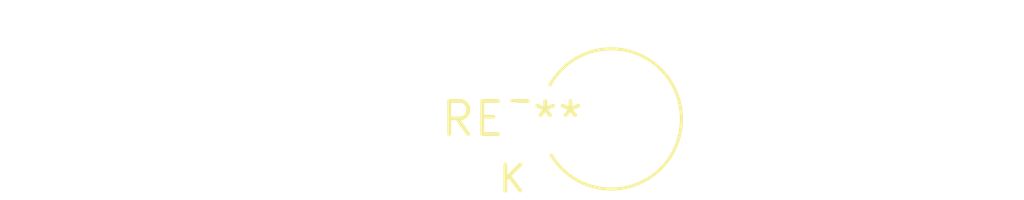
<source format=kicad_pcb>
(kicad_pcb (version 20240108) (generator pcbnew)
  (layers (0 "F.Cu" signal) (31 "B.Cu" signal) (34 "B.Paste" user) (35 "F.Paste" user) (36 "B.SilkS" user "B.Silkscreen") (37 "F.SilkS" user "F.Silkscreen") (38 "B.Mask" user) (39 "F.Mask" user) (44 "Edge.Cuts" user))
  (net 0 "")
  (footprint "D_DO-201_P3.81mm_Vertical_KathodeUp" (layer "F.Cu") (at 0 0)
    (property "Reference" "REF**")
    (property "Value" "D_DO-201_P3.81mm_Vertical_KathodeUp")
    (fp_arc (start 1.448639 -1.3) (mid 6.505054 -0.052035) (end 1.50058 1.390181) (layer "F.SilkS") (stroke (width 0.12)))
    (fp_text user "K" (at 0 2.3 0) (layer "F.SilkS"))
    (pad "1" thru_hole rect (at 0 0) (size 2.6 2.6) (drill 1.3) (layers *.Cu *.Mask) (remove_unused_layers))
    (pad "2" thru_hole oval (at 3.81 0) (size 2.6 2.6) (drill 1.3) (layers *.Cu *.Mask) (remove_unused_layers))
  )
)
</source>
